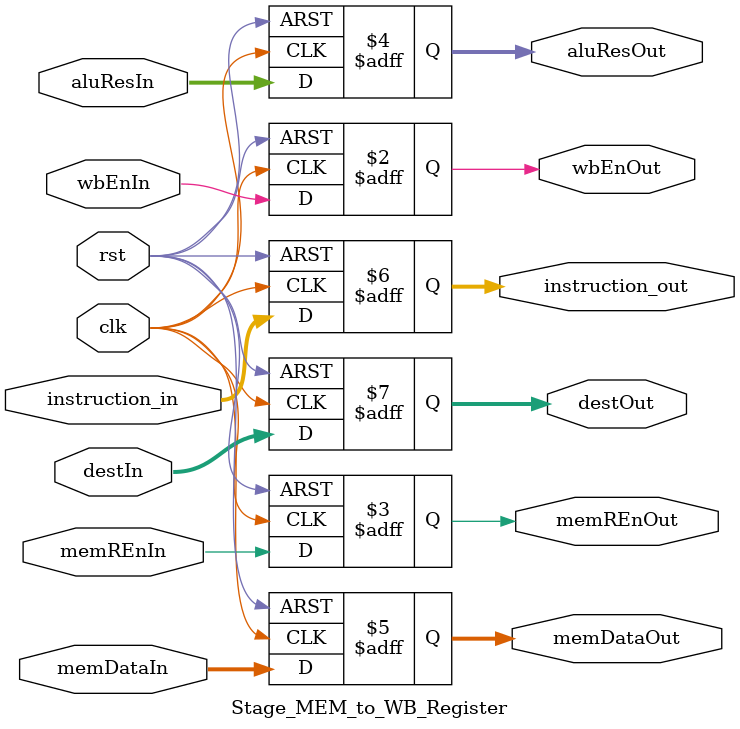
<source format=v>
module Stage_MEM_to_WB_Register(
    input clk, rst,
    input wbEnIn, memREnIn,
    input [31:0] aluResIn, memDataIn, instruction_in,
    input [3:0] destIn,
    output reg wbEnOut, memREnOut,
    output reg [31:0] aluResOut, memDataOut, instruction_out,
    output reg [3:0] destOut
);
    always@(posedge clk, posedge rst) begin
        if(rst) begin
            {wbEnOut, memREnOut} <= 2'd0;
            {aluResOut, memDataOut} <= 64'd0;
            destOut <= 4'd0;
	    instruction_out <= 32'd0;
        end else begin
            {wbEnOut, memREnOut} <= {wbEnIn, memREnIn};
            {aluResOut, memDataOut} <= {aluResIn, memDataIn};
            destOut <= destIn;
	    instruction_out <= instruction_in;
        end
    end
endmodule
</source>
